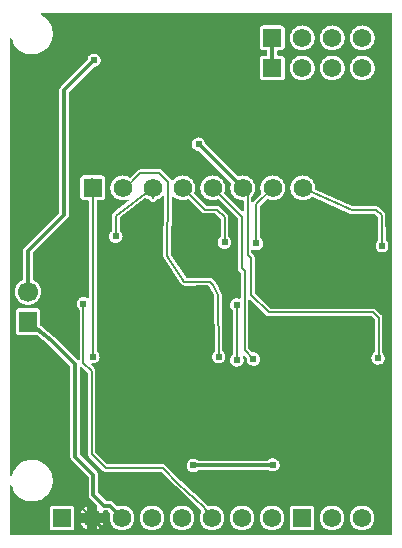
<source format=gbl>
G04 Layer: BottomLayer*
G04 Panelize: , Column: 5, Row: 1, Board Size: 33mm x 44.75mm, Panelized Board Size: 173mm x 44.75mm*
G04 EasyEDA v6.5.51, 2025-08-29 13:19:12*
G04 ee4e1d7ef05e477ab0e75e15892c94f3,14c8f2514d444a3a831de9b613ea4171,10*
G04 Gerber Generator version 0.2*
G04 Scale: 100 percent, Rotated: No, Reflected: No *
G04 Dimensions in millimeters *
G04 leading zeros omitted , absolute positions ,4 integer and 5 decimal *
%FSLAX45Y45*%
%MOMM*%

%AMMACRO1*21,1,$1,$2,0,0,$3*%
%ADD10C,0.3000*%
%ADD11C,0.1270*%
%ADD12C,0.2000*%
%ADD13MACRO1,1.5748X1.5748X0.0000*%
%ADD14C,1.5748*%
%ADD15MACRO1,1.7X1.5748X90.0000*%
%ADD16C,0.0193*%
%ADD17C,1.7000*%
%ADD18C,0.6200*%

%LPD*%
G36*
X40182Y-3624072D02*
G01*
X36271Y-3623310D01*
X32969Y-3621074D01*
X30784Y-3617823D01*
X30022Y-3613912D01*
X30022Y-3212693D01*
X30835Y-3208680D01*
X33172Y-3205327D01*
X36626Y-3203194D01*
X40640Y-3202533D01*
X44602Y-3203549D01*
X47853Y-3206038D01*
X49834Y-3209594D01*
X55422Y-3227019D01*
X62636Y-3243630D01*
X71577Y-3259378D01*
X82042Y-3274161D01*
X94030Y-3287776D01*
X107289Y-3300069D01*
X121818Y-3310940D01*
X137312Y-3320237D01*
X153720Y-3327908D01*
X170840Y-3333902D01*
X188468Y-3338017D01*
X206400Y-3340354D01*
X224536Y-3340811D01*
X242570Y-3339439D01*
X260400Y-3336188D01*
X277774Y-3331108D01*
X294538Y-3324301D01*
X310540Y-3315766D01*
X325577Y-3305657D01*
X339445Y-3294075D01*
X352094Y-3281121D01*
X363372Y-3266897D01*
X373075Y-3251606D01*
X381152Y-3235452D01*
X387553Y-3218484D01*
X392176Y-3200958D01*
X394970Y-3183077D01*
X395884Y-3164992D01*
X394970Y-3146907D01*
X392176Y-3129026D01*
X387553Y-3111500D01*
X381152Y-3094532D01*
X373075Y-3078378D01*
X363372Y-3063087D01*
X352094Y-3048863D01*
X339445Y-3035909D01*
X325577Y-3024327D01*
X310540Y-3014218D01*
X294538Y-3005683D01*
X277774Y-2998876D01*
X260400Y-2993796D01*
X242570Y-2990545D01*
X224536Y-2989173D01*
X206400Y-2989630D01*
X188468Y-2991967D01*
X170840Y-2996082D01*
X153720Y-3002076D01*
X137312Y-3009747D01*
X121818Y-3019044D01*
X107289Y-3029915D01*
X94030Y-3042208D01*
X82042Y-3055823D01*
X71577Y-3070606D01*
X62636Y-3086354D01*
X55422Y-3102965D01*
X49834Y-3120390D01*
X47853Y-3123946D01*
X44602Y-3126435D01*
X40640Y-3127451D01*
X36626Y-3126790D01*
X33172Y-3124657D01*
X30835Y-3121304D01*
X30022Y-3117291D01*
X30022Y572262D01*
X30835Y576275D01*
X33172Y579628D01*
X36626Y581812D01*
X40640Y582422D01*
X44602Y581406D01*
X47853Y578916D01*
X49834Y575360D01*
X55422Y557936D01*
X62636Y541324D01*
X71577Y525576D01*
X82042Y510844D01*
X94030Y497230D01*
X107289Y484936D01*
X121818Y474065D01*
X137312Y464718D01*
X153720Y457047D01*
X170840Y451104D01*
X188468Y446938D01*
X206400Y444601D01*
X224536Y444144D01*
X242570Y445566D01*
X260400Y448818D01*
X277774Y453847D01*
X294538Y460705D01*
X310540Y469188D01*
X325577Y479298D01*
X339445Y490880D01*
X352094Y503885D01*
X363372Y518058D01*
X373075Y533349D01*
X381152Y549554D01*
X387553Y566521D01*
X392176Y583996D01*
X394970Y601878D01*
X395884Y619963D01*
X394970Y638098D01*
X392176Y655980D01*
X387553Y673455D01*
X381152Y690422D01*
X373075Y706628D01*
X363372Y721918D01*
X352094Y736092D01*
X339445Y749096D01*
X325577Y760679D01*
X310540Y770788D01*
X299466Y776681D01*
X296062Y779576D01*
X294284Y783640D01*
X294386Y788111D01*
X296367Y792073D01*
X299872Y794816D01*
X304190Y795832D01*
X1360068Y799084D01*
X3259836Y799084D01*
X3263696Y798322D01*
X3266998Y796086D01*
X3269234Y792835D01*
X3269996Y788924D01*
X3269996Y-3610762D01*
X3269234Y-3614674D01*
X3266998Y-3617976D01*
X3263900Y-3621074D01*
X3260598Y-3623310D01*
X3256686Y-3624072D01*
G37*

%LPC*%
G36*
X395833Y-3584651D02*
G01*
X552145Y-3584651D01*
X558495Y-3583940D01*
X563930Y-3582009D01*
X568858Y-3578961D01*
X572922Y-3574846D01*
X576021Y-3569970D01*
X577900Y-3564483D01*
X578662Y-3558184D01*
X578662Y-3401822D01*
X577900Y-3395522D01*
X576021Y-3390036D01*
X572922Y-3385159D01*
X568858Y-3381044D01*
X563930Y-3377946D01*
X558495Y-3376066D01*
X552145Y-3375355D01*
X395833Y-3375355D01*
X389483Y-3376066D01*
X384048Y-3377946D01*
X379120Y-3381044D01*
X375056Y-3385159D01*
X371957Y-3390036D01*
X370078Y-3395522D01*
X369366Y-3401822D01*
X369366Y-3558184D01*
X370078Y-3564483D01*
X371957Y-3569970D01*
X375056Y-3574846D01*
X379120Y-3578961D01*
X384048Y-3582009D01*
X389483Y-3583940D01*
G37*
G36*
X1236014Y-3584600D02*
G01*
X1249629Y-3583736D01*
X1263091Y-3581044D01*
X1276045Y-3576675D01*
X1288288Y-3570579D01*
X1299667Y-3563010D01*
X1309979Y-3553968D01*
X1318971Y-3543706D01*
X1326591Y-3532327D01*
X1332636Y-3520033D01*
X1337056Y-3507079D01*
X1339697Y-3493668D01*
X1340612Y-3480003D01*
X1339697Y-3466337D01*
X1337056Y-3452926D01*
X1332636Y-3439972D01*
X1326591Y-3427679D01*
X1318971Y-3416300D01*
X1309979Y-3406038D01*
X1299667Y-3396996D01*
X1288288Y-3389376D01*
X1276045Y-3383330D01*
X1263091Y-3378911D01*
X1249629Y-3376269D01*
X1236014Y-3375355D01*
X1222349Y-3376269D01*
X1208887Y-3378911D01*
X1195933Y-3383330D01*
X1183690Y-3389376D01*
X1172311Y-3396996D01*
X1161999Y-3406038D01*
X1153007Y-3416300D01*
X1145387Y-3427679D01*
X1139342Y-3439972D01*
X1134922Y-3452926D01*
X1132281Y-3466337D01*
X1131366Y-3480003D01*
X1132281Y-3493668D01*
X1134922Y-3507079D01*
X1139342Y-3520033D01*
X1145387Y-3532327D01*
X1153007Y-3543706D01*
X1161999Y-3553968D01*
X1172311Y-3563010D01*
X1183690Y-3570579D01*
X1195933Y-3576675D01*
X1208887Y-3581044D01*
X1222349Y-3583736D01*
G37*
G36*
X1490014Y-3584600D02*
G01*
X1503629Y-3583736D01*
X1517091Y-3581044D01*
X1530045Y-3576675D01*
X1542288Y-3570579D01*
X1553667Y-3563010D01*
X1563979Y-3553968D01*
X1572971Y-3543706D01*
X1580591Y-3532327D01*
X1586636Y-3520033D01*
X1591056Y-3507079D01*
X1593697Y-3493668D01*
X1594612Y-3480003D01*
X1593697Y-3466337D01*
X1591056Y-3452926D01*
X1586636Y-3439972D01*
X1580591Y-3427679D01*
X1572971Y-3416300D01*
X1563979Y-3406038D01*
X1553667Y-3396996D01*
X1542288Y-3389376D01*
X1530045Y-3383330D01*
X1517091Y-3378911D01*
X1503629Y-3376269D01*
X1490014Y-3375355D01*
X1476349Y-3376269D01*
X1462887Y-3378911D01*
X1449933Y-3383330D01*
X1437690Y-3389376D01*
X1426311Y-3396996D01*
X1415999Y-3406038D01*
X1407007Y-3416300D01*
X1399387Y-3427679D01*
X1393342Y-3439972D01*
X1388922Y-3452926D01*
X1386281Y-3466337D01*
X1385366Y-3480003D01*
X1386281Y-3493668D01*
X1388922Y-3507079D01*
X1393342Y-3520033D01*
X1399387Y-3532327D01*
X1407007Y-3543706D01*
X1415999Y-3553968D01*
X1426311Y-3563010D01*
X1437690Y-3570579D01*
X1449933Y-3576675D01*
X1462887Y-3581044D01*
X1476349Y-3583736D01*
G37*
G36*
X1998014Y-3584600D02*
G01*
X2011629Y-3583736D01*
X2025091Y-3581044D01*
X2038045Y-3576675D01*
X2050288Y-3570579D01*
X2061667Y-3563010D01*
X2071979Y-3553968D01*
X2080971Y-3543706D01*
X2088591Y-3532327D01*
X2094636Y-3520033D01*
X2099056Y-3507079D01*
X2101697Y-3493668D01*
X2102612Y-3480003D01*
X2101697Y-3466337D01*
X2099056Y-3452926D01*
X2094636Y-3439972D01*
X2088591Y-3427679D01*
X2080971Y-3416300D01*
X2071979Y-3406038D01*
X2061667Y-3396996D01*
X2050288Y-3389376D01*
X2038045Y-3383330D01*
X2025091Y-3378911D01*
X2011629Y-3376269D01*
X1998014Y-3375355D01*
X1984349Y-3376269D01*
X1970887Y-3378911D01*
X1957933Y-3383330D01*
X1945690Y-3389376D01*
X1934311Y-3396996D01*
X1923999Y-3406038D01*
X1915007Y-3416300D01*
X1907387Y-3427679D01*
X1901342Y-3439972D01*
X1896922Y-3452926D01*
X1894281Y-3466337D01*
X1893366Y-3480003D01*
X1894281Y-3493668D01*
X1896922Y-3507079D01*
X1901342Y-3520033D01*
X1907387Y-3532327D01*
X1915007Y-3543706D01*
X1923999Y-3553968D01*
X1934311Y-3563010D01*
X1945690Y-3570579D01*
X1957933Y-3576675D01*
X1970887Y-3581044D01*
X1984349Y-3583736D01*
G37*
G36*
X2252014Y-3584600D02*
G01*
X2265629Y-3583736D01*
X2279091Y-3581044D01*
X2292045Y-3576675D01*
X2304288Y-3570579D01*
X2315667Y-3563010D01*
X2325979Y-3553968D01*
X2334971Y-3543706D01*
X2342591Y-3532327D01*
X2348636Y-3520033D01*
X2353056Y-3507079D01*
X2355697Y-3493668D01*
X2356612Y-3480003D01*
X2355697Y-3466337D01*
X2353056Y-3452926D01*
X2348636Y-3439972D01*
X2342591Y-3427679D01*
X2334971Y-3416300D01*
X2325979Y-3406038D01*
X2315667Y-3396996D01*
X2304288Y-3389376D01*
X2292045Y-3383330D01*
X2279091Y-3378911D01*
X2265629Y-3376269D01*
X2252014Y-3375355D01*
X2238349Y-3376269D01*
X2224887Y-3378911D01*
X2211933Y-3383330D01*
X2199690Y-3389376D01*
X2188311Y-3396996D01*
X2177999Y-3406038D01*
X2169007Y-3416300D01*
X2161387Y-3427679D01*
X2155342Y-3439972D01*
X2150922Y-3452926D01*
X2148281Y-3466337D01*
X2147366Y-3480003D01*
X2148281Y-3493668D01*
X2150922Y-3507079D01*
X2155342Y-3520033D01*
X2161387Y-3532327D01*
X2169007Y-3543706D01*
X2177999Y-3553968D01*
X2188311Y-3563010D01*
X2199690Y-3570579D01*
X2211933Y-3576675D01*
X2224887Y-3581044D01*
X2238349Y-3583736D01*
G37*
G36*
X982014Y-3584600D02*
G01*
X995629Y-3583736D01*
X1009091Y-3581044D01*
X1022045Y-3576675D01*
X1034287Y-3570579D01*
X1045667Y-3563010D01*
X1055979Y-3553968D01*
X1064971Y-3543706D01*
X1072591Y-3532327D01*
X1078636Y-3520033D01*
X1083056Y-3507079D01*
X1085697Y-3493668D01*
X1086612Y-3480003D01*
X1085697Y-3466337D01*
X1083056Y-3452926D01*
X1078636Y-3439972D01*
X1072591Y-3427679D01*
X1064971Y-3416300D01*
X1055979Y-3406038D01*
X1045667Y-3396996D01*
X1034287Y-3389376D01*
X1022045Y-3383330D01*
X1009091Y-3378911D01*
X995629Y-3376269D01*
X982014Y-3375355D01*
X968349Y-3376269D01*
X954887Y-3378911D01*
X948944Y-3380943D01*
X945184Y-3381501D01*
X941578Y-3380638D01*
X938479Y-3378504D01*
X906373Y-3346348D01*
X899820Y-3340963D01*
X892759Y-3337153D01*
X885088Y-3334816D01*
X876604Y-3334004D01*
X851204Y-3334004D01*
X847293Y-3333242D01*
X843991Y-3331006D01*
X783793Y-3270961D01*
X781608Y-3267659D01*
X780796Y-3263798D01*
X780796Y-3115564D01*
X779983Y-3107080D01*
X777646Y-3099409D01*
X773887Y-3092348D01*
X768451Y-3085795D01*
X628853Y-2946146D01*
X626668Y-2942844D01*
X625856Y-2938983D01*
X625856Y-2206091D01*
X626668Y-2202180D01*
X628853Y-2198878D01*
X632155Y-2196693D01*
X636066Y-2195931D01*
X639927Y-2196693D01*
X643229Y-2198928D01*
X689711Y-2245563D01*
X691896Y-2248865D01*
X692658Y-2252726D01*
X692658Y-2939542D01*
X693420Y-2946755D01*
X695502Y-2953156D01*
X698906Y-2959100D01*
X702411Y-2963164D01*
X820623Y-3081375D01*
X826262Y-3085947D01*
X832256Y-3088995D01*
X838860Y-3090773D01*
X844194Y-3091180D01*
X1311859Y-3091180D01*
X1315770Y-3091942D01*
X1319072Y-3094177D01*
X1438046Y-3213150D01*
X1648917Y-3409797D01*
X1650593Y-3411829D01*
X1653590Y-3416604D01*
X1654962Y-3420211D01*
X1654911Y-3424072D01*
X1653387Y-3427679D01*
X1647342Y-3439972D01*
X1642922Y-3452926D01*
X1640281Y-3466337D01*
X1639366Y-3480003D01*
X1640281Y-3493668D01*
X1642922Y-3507079D01*
X1647342Y-3520033D01*
X1653387Y-3532327D01*
X1661007Y-3543706D01*
X1669999Y-3553968D01*
X1680311Y-3563010D01*
X1691690Y-3570579D01*
X1703933Y-3576675D01*
X1716887Y-3581044D01*
X1730349Y-3583736D01*
X1744014Y-3584600D01*
X1757629Y-3583736D01*
X1771091Y-3581044D01*
X1784045Y-3576675D01*
X1796288Y-3570579D01*
X1807667Y-3563010D01*
X1817979Y-3553968D01*
X1826971Y-3543706D01*
X1834591Y-3532327D01*
X1840636Y-3520033D01*
X1845056Y-3507079D01*
X1847697Y-3493668D01*
X1848612Y-3480003D01*
X1847697Y-3466337D01*
X1845056Y-3452926D01*
X1840636Y-3439972D01*
X1834591Y-3427679D01*
X1826971Y-3416300D01*
X1817979Y-3406038D01*
X1807667Y-3396996D01*
X1796288Y-3389376D01*
X1784045Y-3383330D01*
X1771091Y-3378911D01*
X1757629Y-3376269D01*
X1744014Y-3375355D01*
X1730349Y-3376269D01*
X1716887Y-3378911D01*
X1715617Y-3379368D01*
X1711198Y-3379825D01*
X1706981Y-3378352D01*
X1703832Y-3375253D01*
X1701596Y-3371799D01*
X1696618Y-3366058D01*
X1482547Y-3166414D01*
X1352600Y-3036468D01*
X1346962Y-3031896D01*
X1340967Y-3028848D01*
X1334363Y-3027070D01*
X1329029Y-3026664D01*
X861364Y-3026664D01*
X857453Y-3025902D01*
X854151Y-3023666D01*
X760171Y-2929686D01*
X757936Y-2926384D01*
X757174Y-2922473D01*
X757174Y-2235708D01*
X756412Y-2228494D01*
X754329Y-2222093D01*
X750874Y-2216150D01*
X747471Y-2212136D01*
X724357Y-2188921D01*
X722122Y-2185568D01*
X721360Y-2181606D01*
X722223Y-2177643D01*
X724560Y-2174341D01*
X727964Y-2172208D01*
X731977Y-2171598D01*
X737412Y-2171852D01*
X746963Y-2170582D01*
X756208Y-2167788D01*
X764794Y-2163419D01*
X772566Y-2157679D01*
X779272Y-2150719D01*
X784656Y-2142744D01*
X788619Y-2133955D01*
X791057Y-2124608D01*
X791870Y-2115007D01*
X791057Y-2105406D01*
X788619Y-2096058D01*
X784656Y-2087270D01*
X779272Y-2079294D01*
X772566Y-2072335D01*
X769112Y-2069134D01*
X767689Y-2066340D01*
X767232Y-2063242D01*
X766368Y-799896D01*
X767181Y-796036D01*
X769366Y-792734D01*
X772668Y-790498D01*
X776528Y-789736D01*
X812241Y-789736D01*
X818540Y-789025D01*
X824026Y-787146D01*
X828903Y-784047D01*
X833018Y-779932D01*
X836066Y-775055D01*
X837996Y-769569D01*
X838708Y-763270D01*
X838708Y-606907D01*
X837996Y-600608D01*
X836066Y-595122D01*
X833018Y-590245D01*
X828903Y-586130D01*
X824026Y-583082D01*
X818540Y-581152D01*
X812241Y-580440D01*
X758037Y-580440D01*
X755142Y-580034D01*
X752500Y-578815D01*
X748639Y-576275D01*
X742340Y-573887D01*
X735685Y-572820D01*
X728980Y-573176D01*
X722477Y-574954D01*
X713232Y-579882D01*
X709828Y-580440D01*
X655878Y-580440D01*
X649579Y-581152D01*
X644093Y-583082D01*
X639216Y-586130D01*
X635101Y-590245D01*
X632053Y-595122D01*
X630123Y-600608D01*
X629412Y-606907D01*
X629412Y-763270D01*
X630123Y-769569D01*
X632053Y-775055D01*
X635101Y-779932D01*
X639216Y-784047D01*
X644093Y-787146D01*
X649579Y-789025D01*
X655878Y-789736D01*
X691692Y-789736D01*
X695604Y-790498D01*
X698906Y-792734D01*
X701090Y-796036D01*
X701852Y-799896D01*
X702411Y-1609445D01*
X701446Y-1613763D01*
X698703Y-1617268D01*
X694740Y-1619300D01*
X690270Y-1619402D01*
X686206Y-1617624D01*
X684784Y-1616557D01*
X676198Y-1612239D01*
X666953Y-1609394D01*
X657402Y-1608175D01*
X647750Y-1608582D01*
X638352Y-1610614D01*
X629361Y-1614220D01*
X621182Y-1619250D01*
X613918Y-1625650D01*
X607872Y-1633169D01*
X603148Y-1641551D01*
X599948Y-1650644D01*
X598322Y-1660194D01*
X598322Y-1669796D01*
X599948Y-1679346D01*
X603148Y-1688439D01*
X607872Y-1696821D01*
X613918Y-1704339D01*
X619353Y-1709115D01*
X621893Y-1712569D01*
X622808Y-1716735D01*
X622808Y-2135530D01*
X622046Y-2139442D01*
X619810Y-2142744D01*
X616508Y-2144928D01*
X612648Y-2145690D01*
X608736Y-2144928D01*
X605434Y-2142693D01*
X411124Y-1948180D01*
X407568Y-1944928D01*
X293319Y-1852320D01*
X290525Y-1848815D01*
X289560Y-1844446D01*
X289560Y-1732686D01*
X288848Y-1726387D01*
X286918Y-1720900D01*
X283870Y-1716024D01*
X279755Y-1711909D01*
X274878Y-1708810D01*
X269392Y-1706930D01*
X263093Y-1706219D01*
X106730Y-1706219D01*
X100431Y-1706930D01*
X94945Y-1708810D01*
X90068Y-1711909D01*
X85953Y-1716024D01*
X82905Y-1720900D01*
X80975Y-1726387D01*
X80264Y-1732686D01*
X80264Y-1901545D01*
X80975Y-1907844D01*
X82905Y-1913331D01*
X85953Y-1918207D01*
X90068Y-1922322D01*
X94945Y-1925421D01*
X100431Y-1927301D01*
X106730Y-1928012D01*
X253187Y-1928012D01*
X256590Y-1928622D01*
X259588Y-1930298D01*
X354990Y-2007666D01*
X541070Y-2194052D01*
X543306Y-2197354D01*
X544068Y-2201214D01*
X544068Y-2959608D01*
X544880Y-2968091D01*
X547217Y-2975762D01*
X550976Y-2982823D01*
X556412Y-2989376D01*
X696010Y-3129026D01*
X698246Y-3132328D01*
X699008Y-3136188D01*
X699008Y-3284474D01*
X699820Y-3292957D01*
X702157Y-3300628D01*
X705916Y-3307689D01*
X711301Y-3314242D01*
X770737Y-3373475D01*
X772922Y-3376777D01*
X773734Y-3380689D01*
X773734Y-3434283D01*
X821842Y-3434283D01*
X819912Y-3430371D01*
X818896Y-3426206D01*
X819658Y-3421989D01*
X822096Y-3418433D01*
X825753Y-3416249D01*
X830580Y-3415792D01*
X855878Y-3415792D01*
X859790Y-3416604D01*
X863041Y-3418789D01*
X880567Y-3436365D01*
X882700Y-3439414D01*
X883513Y-3443071D01*
X883005Y-3446779D01*
X880922Y-3452926D01*
X878281Y-3466337D01*
X877366Y-3480003D01*
X878281Y-3493668D01*
X880922Y-3507079D01*
X885342Y-3520033D01*
X891387Y-3532327D01*
X899007Y-3543706D01*
X907999Y-3553968D01*
X918311Y-3563010D01*
X929690Y-3570579D01*
X941933Y-3576675D01*
X954887Y-3581044D01*
X968349Y-3583736D01*
G37*
G36*
X2427782Y-3584448D02*
G01*
X2584145Y-3584448D01*
X2590444Y-3583736D01*
X2595930Y-3581806D01*
X2600807Y-3578707D01*
X2604922Y-3574643D01*
X2607970Y-3569715D01*
X2609900Y-3564280D01*
X2610612Y-3557930D01*
X2610612Y-3401618D01*
X2609900Y-3395268D01*
X2607970Y-3389833D01*
X2604922Y-3384956D01*
X2600807Y-3380841D01*
X2595930Y-3377742D01*
X2590444Y-3375863D01*
X2584145Y-3375151D01*
X2427782Y-3375151D01*
X2421483Y-3375863D01*
X2415997Y-3377742D01*
X2411120Y-3380841D01*
X2407005Y-3384956D01*
X2403957Y-3389833D01*
X2402027Y-3395268D01*
X2401316Y-3401618D01*
X2401316Y-3557930D01*
X2402027Y-3564280D01*
X2403957Y-3569715D01*
X2407005Y-3574643D01*
X2411120Y-3578707D01*
X2415997Y-3581806D01*
X2421483Y-3583736D01*
G37*
G36*
X3013964Y-3584397D02*
G01*
X3027629Y-3583533D01*
X3041040Y-3580841D01*
X3053994Y-3576421D01*
X3066288Y-3570376D01*
X3077667Y-3562807D01*
X3087928Y-3553764D01*
X3096971Y-3543452D01*
X3104591Y-3532073D01*
X3110636Y-3519830D01*
X3115005Y-3506876D01*
X3117697Y-3493465D01*
X3118612Y-3479800D01*
X3117697Y-3466134D01*
X3115005Y-3452723D01*
X3110636Y-3439769D01*
X3104591Y-3427476D01*
X3096971Y-3416096D01*
X3087928Y-3405784D01*
X3077667Y-3396792D01*
X3066288Y-3389172D01*
X3053994Y-3383127D01*
X3041040Y-3378708D01*
X3027629Y-3376066D01*
X3013964Y-3375151D01*
X3000298Y-3376066D01*
X2986887Y-3378708D01*
X2973933Y-3383127D01*
X2961640Y-3389172D01*
X2950260Y-3396792D01*
X2939999Y-3405784D01*
X2930956Y-3416096D01*
X2923336Y-3427476D01*
X2917291Y-3439769D01*
X2912922Y-3452723D01*
X2910230Y-3466134D01*
X2909316Y-3479800D01*
X2910230Y-3493465D01*
X2912922Y-3506876D01*
X2917291Y-3519830D01*
X2923336Y-3532073D01*
X2930956Y-3543452D01*
X2939999Y-3553764D01*
X2950260Y-3562807D01*
X2961640Y-3570376D01*
X2973933Y-3576421D01*
X2986887Y-3580841D01*
X3000298Y-3583533D01*
G37*
G36*
X2759964Y-3584397D02*
G01*
X2773629Y-3583533D01*
X2787040Y-3580841D01*
X2799994Y-3576421D01*
X2812288Y-3570376D01*
X2823667Y-3562807D01*
X2833928Y-3553764D01*
X2842971Y-3543452D01*
X2850591Y-3532073D01*
X2856636Y-3519830D01*
X2861005Y-3506876D01*
X2863697Y-3493465D01*
X2864612Y-3479800D01*
X2863697Y-3466134D01*
X2861005Y-3452723D01*
X2856636Y-3439769D01*
X2850591Y-3427476D01*
X2842971Y-3416096D01*
X2833928Y-3405784D01*
X2823667Y-3396792D01*
X2812288Y-3389172D01*
X2799994Y-3383127D01*
X2787040Y-3378708D01*
X2773629Y-3376066D01*
X2759964Y-3375151D01*
X2746298Y-3376066D01*
X2732887Y-3378708D01*
X2719933Y-3383127D01*
X2707640Y-3389172D01*
X2696260Y-3396792D01*
X2685999Y-3405784D01*
X2676956Y-3416096D01*
X2669336Y-3427476D01*
X2663291Y-3439769D01*
X2658922Y-3452723D01*
X2656230Y-3466134D01*
X2655316Y-3479800D01*
X2656230Y-3493465D01*
X2658922Y-3506876D01*
X2663291Y-3519830D01*
X2669336Y-3532073D01*
X2676956Y-3543452D01*
X2685999Y-3553764D01*
X2696260Y-3562807D01*
X2707640Y-3570376D01*
X2719933Y-3576421D01*
X2732887Y-3580841D01*
X2746298Y-3583533D01*
G37*
G36*
X682294Y-3573830D02*
G01*
X682294Y-3525723D01*
X634136Y-3525723D01*
X637387Y-3532327D01*
X645007Y-3543706D01*
X653999Y-3553968D01*
X664311Y-3563010D01*
X675690Y-3570579D01*
G37*
G36*
X773734Y-3573830D02*
G01*
X780288Y-3570579D01*
X791667Y-3563010D01*
X801979Y-3553968D01*
X810971Y-3543706D01*
X818591Y-3532327D01*
X821842Y-3525723D01*
X773734Y-3525723D01*
G37*
G36*
X634136Y-3434283D02*
G01*
X682294Y-3434283D01*
X682294Y-3386124D01*
X675690Y-3389376D01*
X664311Y-3396996D01*
X653999Y-3406038D01*
X645007Y-3416300D01*
X637387Y-3427679D01*
G37*
G36*
X1587398Y-3091840D02*
G01*
X1596948Y-3090570D01*
X1606194Y-3087776D01*
X1614779Y-3083407D01*
X1622298Y-3077870D01*
X1625142Y-3076397D01*
X1628343Y-3075889D01*
X2223617Y-3075889D01*
X2226360Y-3076295D01*
X2228900Y-3077413D01*
X2234387Y-3080766D01*
X2243328Y-3084372D01*
X2252776Y-3086404D01*
X2262428Y-3086811D01*
X2271979Y-3085592D01*
X2281174Y-3082747D01*
X2289810Y-3078429D01*
X2297582Y-3072688D01*
X2304237Y-3065729D01*
X2309622Y-3057702D01*
X2313635Y-3048914D01*
X2316022Y-3039618D01*
X2316886Y-3030016D01*
X2316022Y-3020364D01*
X2313635Y-3011068D01*
X2309622Y-3002280D01*
X2304237Y-2994253D01*
X2297582Y-2987294D01*
X2289810Y-2981553D01*
X2281174Y-2977235D01*
X2271979Y-2974390D01*
X2262428Y-2973171D01*
X2252776Y-2973578D01*
X2243328Y-2975610D01*
X2234387Y-2979216D01*
X2226208Y-2984246D01*
X2218029Y-2991510D01*
X2214930Y-2993440D01*
X2211273Y-2994101D01*
X1628343Y-2994101D01*
X1625142Y-2993593D01*
X1622298Y-2992120D01*
X1614779Y-2986582D01*
X1606194Y-2982214D01*
X1596948Y-2979420D01*
X1587398Y-2978150D01*
X1577746Y-2978607D01*
X1568348Y-2980639D01*
X1559356Y-2984195D01*
X1551178Y-2989275D01*
X1543913Y-2995625D01*
X1537868Y-3003143D01*
X1533144Y-3011576D01*
X1529943Y-3020669D01*
X1528318Y-3030169D01*
X1528318Y-3039821D01*
X1529943Y-3049320D01*
X1533144Y-3058414D01*
X1537868Y-3066846D01*
X1543913Y-3074365D01*
X1551178Y-3080715D01*
X1559356Y-3085795D01*
X1568348Y-3089351D01*
X1577746Y-3091383D01*
G37*
G36*
X1957273Y-2198522D02*
G01*
X1966823Y-2197303D01*
X1976069Y-2194458D01*
X1984654Y-2190140D01*
X1992426Y-2184400D01*
X1999132Y-2177440D01*
X2004517Y-2169414D01*
X2008479Y-2160625D01*
X2010918Y-2151329D01*
X2011730Y-2141728D01*
X2010918Y-2132076D01*
X2008479Y-2122779D01*
X2007666Y-2121001D01*
X2006803Y-2117090D01*
X2007463Y-2113127D01*
X2009648Y-2109774D01*
X2012950Y-2107488D01*
X2016861Y-2106676D01*
X2020773Y-2107387D01*
X2024125Y-2109622D01*
X2035556Y-2121052D01*
X2037435Y-2123643D01*
X2038400Y-2126691D01*
X2038350Y-2139797D01*
X2039975Y-2149348D01*
X2043175Y-2158441D01*
X2047849Y-2166823D01*
X2053945Y-2174341D01*
X2061159Y-2180742D01*
X2069388Y-2185771D01*
X2078329Y-2189378D01*
X2087778Y-2191410D01*
X2097430Y-2191816D01*
X2106980Y-2190597D01*
X2116175Y-2187752D01*
X2124811Y-2183434D01*
X2132584Y-2177694D01*
X2139238Y-2170734D01*
X2144623Y-2162708D01*
X2148636Y-2153920D01*
X2151024Y-2144623D01*
X2151888Y-2135022D01*
X2151024Y-2125370D01*
X2148636Y-2116074D01*
X2144623Y-2107285D01*
X2139238Y-2099259D01*
X2132584Y-2092299D01*
X2124811Y-2086559D01*
X2116175Y-2082241D01*
X2106980Y-2079396D01*
X2097430Y-2078177D01*
X2088946Y-2078532D01*
X2084832Y-2077872D01*
X2081326Y-2075586D01*
X2055317Y-2049576D01*
X2053082Y-2046274D01*
X2052320Y-2042363D01*
X2052320Y-1637080D01*
X2053082Y-1633220D01*
X2055317Y-1629918D01*
X2058619Y-1627733D01*
X2062480Y-1626920D01*
X2066391Y-1627733D01*
X2069693Y-1629918D01*
X2201824Y-1762302D01*
X2207463Y-1766874D01*
X2213457Y-1769973D01*
X2220112Y-1771751D01*
X2225446Y-1772157D01*
X3092653Y-1772157D01*
X3096564Y-1772920D01*
X3099866Y-1775155D01*
X3119932Y-1795221D01*
X3122168Y-1798523D01*
X3122930Y-1802434D01*
X3122930Y-2069439D01*
X3122371Y-2072792D01*
X3120694Y-2075789D01*
X3118104Y-2078075D01*
X3116173Y-2079243D01*
X3108909Y-2085644D01*
X3102864Y-2093163D01*
X3098139Y-2101545D01*
X3094939Y-2110638D01*
X3093313Y-2120188D01*
X3093313Y-2129790D01*
X3094939Y-2139340D01*
X3098139Y-2148433D01*
X3102864Y-2156815D01*
X3108909Y-2164334D01*
X3116173Y-2170734D01*
X3124352Y-2175764D01*
X3133344Y-2179370D01*
X3142742Y-2181402D01*
X3152394Y-2181809D01*
X3161944Y-2180590D01*
X3171190Y-2177745D01*
X3179775Y-2173427D01*
X3187547Y-2167686D01*
X3194253Y-2160727D01*
X3199638Y-2152700D01*
X3203600Y-2143912D01*
X3206038Y-2134616D01*
X3206851Y-2125014D01*
X3206038Y-2115362D01*
X3203600Y-2106066D01*
X3199638Y-2097278D01*
X3194253Y-2089251D01*
X3190290Y-2085136D01*
X3188157Y-2081885D01*
X3187446Y-2078126D01*
X3187446Y-1785366D01*
X3186684Y-1778152D01*
X3184601Y-1771751D01*
X3181197Y-1765807D01*
X3177692Y-1761743D01*
X3133394Y-1717446D01*
X3127756Y-1712874D01*
X3121761Y-1709826D01*
X3115157Y-1708048D01*
X3109823Y-1707642D01*
X2242616Y-1707642D01*
X2238756Y-1706880D01*
X2235454Y-1704644D01*
X2110384Y-1579422D01*
X2108200Y-1576120D01*
X2107438Y-1572260D01*
X2107438Y-1280312D01*
X2106980Y-1274876D01*
X2105202Y-1268222D01*
X2102104Y-1262278D01*
X2097532Y-1256639D01*
X2080209Y-1239469D01*
X2077974Y-1236167D01*
X2077212Y-1232255D01*
X2077212Y-1213408D01*
X2078126Y-1209192D01*
X2080666Y-1205738D01*
X2084374Y-1203655D01*
X2088642Y-1203299D01*
X2092706Y-1204722D01*
X2094382Y-1205788D01*
X2103323Y-1209344D01*
X2112772Y-1211376D01*
X2122424Y-1211834D01*
X2131974Y-1210564D01*
X2141169Y-1207770D01*
X2149805Y-1203401D01*
X2157577Y-1197660D01*
X2164232Y-1190701D01*
X2169617Y-1182725D01*
X2173630Y-1173937D01*
X2176018Y-1164590D01*
X2176881Y-1154988D01*
X2176018Y-1145387D01*
X2173630Y-1136040D01*
X2169617Y-1127252D01*
X2164232Y-1119276D01*
X2157577Y-1112316D01*
X2154123Y-1109167D01*
X2152751Y-1106373D01*
X2152243Y-1103223D01*
X2152243Y-840740D01*
X2153005Y-836879D01*
X2155240Y-833577D01*
X2205482Y-783285D01*
X2208987Y-780999D01*
X2213152Y-780288D01*
X2218029Y-781761D01*
X2230983Y-786180D01*
X2244394Y-788822D01*
X2258060Y-789736D01*
X2271725Y-788822D01*
X2285136Y-786180D01*
X2298090Y-781761D01*
X2310384Y-775716D01*
X2321763Y-768096D01*
X2332024Y-759104D01*
X2341067Y-748792D01*
X2348687Y-737412D01*
X2354732Y-725119D01*
X2359101Y-712165D01*
X2361793Y-698754D01*
X2362708Y-685088D01*
X2361793Y-671423D01*
X2359101Y-658012D01*
X2354732Y-645058D01*
X2348687Y-632764D01*
X2341067Y-621385D01*
X2332024Y-611124D01*
X2321763Y-602081D01*
X2310384Y-594512D01*
X2298090Y-588416D01*
X2285136Y-584047D01*
X2271725Y-581355D01*
X2258060Y-580491D01*
X2244394Y-581355D01*
X2230983Y-584047D01*
X2218029Y-588416D01*
X2205736Y-594512D01*
X2194356Y-602081D01*
X2184095Y-611124D01*
X2175052Y-621385D01*
X2167432Y-632764D01*
X2161387Y-645058D01*
X2157018Y-658012D01*
X2154326Y-671423D01*
X2153412Y-685088D01*
X2154326Y-698754D01*
X2157018Y-712165D01*
X2161387Y-725119D01*
X2162860Y-730046D01*
X2162149Y-734161D01*
X2159863Y-737666D01*
X2097532Y-799998D01*
X2095246Y-802792D01*
X2092045Y-805434D01*
X2088083Y-806551D01*
X2083968Y-805992D01*
X2080463Y-803859D01*
X2078075Y-800455D01*
X2077212Y-796391D01*
X2077212Y-763828D01*
X2077872Y-760272D01*
X2079752Y-757174D01*
X2087067Y-748792D01*
X2094687Y-737412D01*
X2100732Y-725119D01*
X2105101Y-712165D01*
X2107793Y-698754D01*
X2108708Y-685088D01*
X2107793Y-671423D01*
X2105101Y-658012D01*
X2100732Y-645058D01*
X2094687Y-632764D01*
X2087067Y-621385D01*
X2078024Y-611124D01*
X2067763Y-602081D01*
X2056384Y-594512D01*
X2044090Y-588416D01*
X2031136Y-584047D01*
X2017725Y-581355D01*
X2004060Y-580491D01*
X1990394Y-581355D01*
X1976983Y-584047D01*
X1970938Y-586079D01*
X1967230Y-586587D01*
X1963623Y-585774D01*
X1960524Y-583641D01*
X1689049Y-312166D01*
X1687017Y-309270D01*
X1683613Y-296062D01*
X1679651Y-287274D01*
X1674266Y-279298D01*
X1667560Y-272338D01*
X1659788Y-266598D01*
X1651203Y-262229D01*
X1641957Y-259435D01*
X1632407Y-258165D01*
X1622755Y-258622D01*
X1613357Y-260654D01*
X1604365Y-264210D01*
X1596186Y-269290D01*
X1588922Y-275640D01*
X1582877Y-283159D01*
X1578152Y-291592D01*
X1574952Y-300685D01*
X1573326Y-310184D01*
X1573326Y-319836D01*
X1574952Y-329336D01*
X1578152Y-338429D01*
X1582877Y-346862D01*
X1588922Y-354380D01*
X1596186Y-360730D01*
X1604365Y-365810D01*
X1613357Y-369366D01*
X1622755Y-371398D01*
X1629054Y-371703D01*
X1632712Y-372516D01*
X1635810Y-374650D01*
X1902612Y-641451D01*
X1904746Y-644550D01*
X1905609Y-648208D01*
X1905050Y-651916D01*
X1903018Y-658012D01*
X1900326Y-671423D01*
X1899412Y-685088D01*
X1900326Y-698754D01*
X1903018Y-712165D01*
X1907387Y-725119D01*
X1913432Y-737412D01*
X1921052Y-748792D01*
X1930095Y-759104D01*
X1940356Y-768096D01*
X1951736Y-775716D01*
X1964029Y-781761D01*
X1976983Y-786180D01*
X1990394Y-788822D01*
X2003196Y-789686D01*
X2006904Y-790600D01*
X2009952Y-792886D01*
X2011984Y-796086D01*
X2012696Y-799795D01*
X2012696Y-877569D01*
X2011934Y-881430D01*
X2009698Y-884732D01*
X2006447Y-886917D01*
X2002536Y-887730D01*
X1998624Y-886917D01*
X1995373Y-884732D01*
X1848256Y-737616D01*
X1845970Y-734110D01*
X1845310Y-729996D01*
X1846732Y-725119D01*
X1851101Y-712165D01*
X1853793Y-698754D01*
X1854707Y-685088D01*
X1853793Y-671423D01*
X1851101Y-658012D01*
X1846732Y-645058D01*
X1840687Y-632764D01*
X1833067Y-621385D01*
X1824024Y-611124D01*
X1813763Y-602081D01*
X1802384Y-594512D01*
X1790090Y-588416D01*
X1777136Y-584047D01*
X1763725Y-581355D01*
X1750060Y-580491D01*
X1736394Y-581355D01*
X1722983Y-584047D01*
X1710029Y-588416D01*
X1697736Y-594512D01*
X1686356Y-602081D01*
X1676095Y-611124D01*
X1667052Y-621385D01*
X1659432Y-632764D01*
X1653387Y-645058D01*
X1649018Y-658012D01*
X1646326Y-671423D01*
X1645412Y-685088D01*
X1646326Y-698754D01*
X1649018Y-712165D01*
X1653387Y-725119D01*
X1659432Y-737412D01*
X1667052Y-748792D01*
X1676095Y-759104D01*
X1686356Y-768096D01*
X1697736Y-775716D01*
X1710029Y-781761D01*
X1722983Y-786180D01*
X1736394Y-788822D01*
X1750060Y-789736D01*
X1763725Y-788822D01*
X1777136Y-786180D01*
X1790090Y-781761D01*
X1795018Y-780288D01*
X1799132Y-780948D01*
X1802638Y-783234D01*
X1959762Y-940358D01*
X1961946Y-943660D01*
X1962759Y-947572D01*
X1962657Y-1364589D01*
X1963115Y-1370076D01*
X1964893Y-1376680D01*
X1967992Y-1382674D01*
X1972614Y-1388313D01*
X1984806Y-1400352D01*
X1987042Y-1403654D01*
X1987804Y-1407566D01*
X1987804Y-1613154D01*
X1987092Y-1616862D01*
X1985111Y-1620012D01*
X1982063Y-1622298D01*
X1978406Y-1623263D01*
X1974646Y-1622856D01*
X1966823Y-1620469D01*
X1957273Y-1619199D01*
X1947621Y-1619656D01*
X1938223Y-1621688D01*
X1929231Y-1625244D01*
X1921052Y-1630324D01*
X1913788Y-1636674D01*
X1907743Y-1644192D01*
X1903018Y-1652625D01*
X1899818Y-1661718D01*
X1898192Y-1671218D01*
X1898192Y-1680870D01*
X1899818Y-1690370D01*
X1903018Y-1699463D01*
X1907743Y-1707896D01*
X1913788Y-1715414D01*
X1919173Y-1720138D01*
X1921713Y-1723542D01*
X1922627Y-1727758D01*
X1922627Y-2090013D01*
X1921713Y-2094179D01*
X1919173Y-2097633D01*
X1913788Y-2102358D01*
X1907743Y-2109876D01*
X1903018Y-2118258D01*
X1899818Y-2127351D01*
X1898192Y-2136902D01*
X1898192Y-2146503D01*
X1899818Y-2156053D01*
X1903018Y-2165146D01*
X1907743Y-2173528D01*
X1913788Y-2181047D01*
X1921052Y-2187448D01*
X1929231Y-2192477D01*
X1938223Y-2196084D01*
X1947621Y-2198116D01*
G37*
G36*
X1802434Y-2171852D02*
G01*
X1811985Y-2170582D01*
X1821180Y-2167788D01*
X1829816Y-2163419D01*
X1837588Y-2157679D01*
X1844243Y-2150719D01*
X1849628Y-2142744D01*
X1853641Y-2133955D01*
X1856028Y-2124608D01*
X1856892Y-2115007D01*
X1856028Y-2105406D01*
X1853641Y-2096058D01*
X1849628Y-2087270D01*
X1844243Y-2079294D01*
X1837588Y-2072335D01*
X1833778Y-2068931D01*
X1832356Y-2066137D01*
X1831848Y-2063089D01*
X1827275Y-1590243D01*
X1826463Y-1583131D01*
X1823618Y-1575155D01*
X1784146Y-1495704D01*
X1780438Y-1489760D01*
X1777746Y-1486763D01*
X1748332Y-1457350D01*
X1742693Y-1452778D01*
X1736699Y-1449730D01*
X1730095Y-1447952D01*
X1724710Y-1447546D01*
X1532585Y-1447749D01*
X1529334Y-1447241D01*
X1526438Y-1445666D01*
X1524152Y-1443278D01*
X1399438Y-1257960D01*
X1398117Y-1255166D01*
X1397711Y-1252118D01*
X1405788Y-767080D01*
X1406601Y-763320D01*
X1408684Y-760120D01*
X1411833Y-757936D01*
X1415592Y-757072D01*
X1419352Y-757631D01*
X1422654Y-759612D01*
X1432356Y-768096D01*
X1443736Y-775716D01*
X1456029Y-781761D01*
X1468983Y-786180D01*
X1482394Y-788822D01*
X1496060Y-789736D01*
X1509725Y-788822D01*
X1523136Y-786180D01*
X1536090Y-781761D01*
X1541018Y-780288D01*
X1545132Y-780948D01*
X1548638Y-783234D01*
X1657807Y-892403D01*
X1663446Y-896975D01*
X1669440Y-900023D01*
X1676044Y-901801D01*
X1681378Y-902208D01*
X1767484Y-902208D01*
X1771396Y-902969D01*
X1774698Y-905205D01*
X1814677Y-945337D01*
X1816862Y-948639D01*
X1817624Y-952500D01*
X1817624Y-1093419D01*
X1816709Y-1097635D01*
X1814169Y-1101039D01*
X1808937Y-1105662D01*
X1802892Y-1113180D01*
X1798167Y-1121562D01*
X1794967Y-1130655D01*
X1793341Y-1140206D01*
X1793341Y-1149807D01*
X1794967Y-1159357D01*
X1798167Y-1168450D01*
X1802892Y-1176832D01*
X1808937Y-1184351D01*
X1816201Y-1190752D01*
X1824380Y-1195781D01*
X1833372Y-1199388D01*
X1842770Y-1201420D01*
X1852422Y-1201826D01*
X1861972Y-1200607D01*
X1871218Y-1197762D01*
X1879803Y-1193444D01*
X1887575Y-1187704D01*
X1894281Y-1180744D01*
X1899666Y-1172718D01*
X1903628Y-1163929D01*
X1906066Y-1154633D01*
X1906879Y-1145032D01*
X1906066Y-1135380D01*
X1903628Y-1126083D01*
X1899666Y-1117295D01*
X1894281Y-1109268D01*
X1887575Y-1102309D01*
X1884070Y-1099108D01*
X1882648Y-1096264D01*
X1882139Y-1093165D01*
X1882139Y-935482D01*
X1881378Y-928268D01*
X1879295Y-921867D01*
X1875840Y-915924D01*
X1872437Y-911910D01*
X1808327Y-847547D01*
X1802688Y-842975D01*
X1796694Y-839927D01*
X1790090Y-838098D01*
X1784705Y-837692D01*
X1698548Y-837692D01*
X1694637Y-836930D01*
X1691335Y-834694D01*
X1594256Y-737616D01*
X1591970Y-734110D01*
X1591310Y-729996D01*
X1592732Y-725119D01*
X1597101Y-712165D01*
X1599793Y-698754D01*
X1600708Y-685088D01*
X1599793Y-671423D01*
X1597101Y-658012D01*
X1592732Y-645058D01*
X1586687Y-632764D01*
X1579067Y-621385D01*
X1570024Y-611124D01*
X1559763Y-602081D01*
X1548384Y-594512D01*
X1536090Y-588416D01*
X1523136Y-584047D01*
X1509725Y-581355D01*
X1496060Y-580491D01*
X1482394Y-581355D01*
X1468983Y-584047D01*
X1456029Y-588416D01*
X1443736Y-594512D01*
X1432356Y-602081D01*
X1422095Y-611124D01*
X1415846Y-618236D01*
X1412341Y-620776D01*
X1408074Y-621690D01*
X1403807Y-620674D01*
X1400403Y-617982D01*
X1396339Y-613105D01*
X1320596Y-537616D01*
X1314907Y-533044D01*
X1308912Y-529996D01*
X1302258Y-528218D01*
X1297025Y-527812D01*
X1138428Y-527812D01*
X1131214Y-528574D01*
X1124813Y-530656D01*
X1118870Y-534060D01*
X1114806Y-537565D01*
X1056741Y-595630D01*
X1053947Y-597611D01*
X1050594Y-598525D01*
X1047089Y-598271D01*
X1043940Y-596849D01*
X1040384Y-594512D01*
X1028090Y-588416D01*
X1015136Y-584047D01*
X1001725Y-581355D01*
X988060Y-580491D01*
X974394Y-581355D01*
X960983Y-584047D01*
X948029Y-588416D01*
X935736Y-594512D01*
X924356Y-602081D01*
X914095Y-611124D01*
X905052Y-621385D01*
X897432Y-632764D01*
X891387Y-645058D01*
X887018Y-658012D01*
X884326Y-671423D01*
X883412Y-685088D01*
X884326Y-698754D01*
X887018Y-712165D01*
X891387Y-725119D01*
X897432Y-737412D01*
X905052Y-748792D01*
X914095Y-759104D01*
X924356Y-768096D01*
X935736Y-775716D01*
X948029Y-781761D01*
X960983Y-786180D01*
X974394Y-788822D01*
X988060Y-789736D01*
X1001725Y-788822D01*
X1015136Y-786180D01*
X1026210Y-782421D01*
X1030274Y-781913D01*
X1034186Y-783031D01*
X1037336Y-785571D01*
X1039215Y-789178D01*
X1039571Y-793242D01*
X1038301Y-797102D01*
X1035608Y-800150D01*
X910793Y-894080D01*
X905611Y-898906D01*
X901750Y-904443D01*
X899160Y-910640D01*
X897890Y-917244D01*
X897737Y-920242D01*
X897737Y-1043279D01*
X896823Y-1047496D01*
X894283Y-1050950D01*
X888949Y-1055624D01*
X882853Y-1063142D01*
X878179Y-1071575D01*
X874979Y-1080668D01*
X873353Y-1090168D01*
X873353Y-1099820D01*
X874979Y-1109319D01*
X878179Y-1118412D01*
X882853Y-1126845D01*
X888949Y-1134364D01*
X896162Y-1140714D01*
X904392Y-1145794D01*
X913333Y-1149350D01*
X922782Y-1151382D01*
X932434Y-1151839D01*
X941984Y-1150569D01*
X951179Y-1147775D01*
X959815Y-1143406D01*
X967587Y-1137666D01*
X974242Y-1130706D01*
X979627Y-1122730D01*
X983640Y-1113942D01*
X986028Y-1104595D01*
X986891Y-1094994D01*
X986028Y-1085392D01*
X983640Y-1076045D01*
X979627Y-1067257D01*
X974242Y-1059281D01*
X969111Y-1053896D01*
X967333Y-1051356D01*
X966114Y-1046683D01*
X962609Y-1037844D01*
X962253Y-1035151D01*
X962253Y-941171D01*
X962710Y-938072D01*
X964133Y-935278D01*
X966317Y-933043D01*
X1176324Y-774954D01*
X1180084Y-773176D01*
X1184249Y-773074D01*
X1188110Y-774598D01*
X1189736Y-775716D01*
X1202029Y-781761D01*
X1208430Y-783945D01*
X1211580Y-785723D01*
X1213967Y-788466D01*
X1215948Y-791921D01*
X1220470Y-796899D01*
X1225905Y-800862D01*
X1232052Y-803605D01*
X1238605Y-805027D01*
X1245362Y-805027D01*
X1251966Y-803605D01*
X1258112Y-800862D01*
X1263548Y-796899D01*
X1268069Y-791921D01*
X1270000Y-788517D01*
X1272336Y-785774D01*
X1275537Y-783996D01*
X1282090Y-781761D01*
X1294384Y-775716D01*
X1305763Y-768096D01*
X1316024Y-759104D01*
X1323644Y-750417D01*
X1326896Y-747928D01*
X1330909Y-746963D01*
X1334922Y-747623D01*
X1338376Y-749858D01*
X1340662Y-753262D01*
X1341424Y-757275D01*
X1332992Y-1263904D01*
X1333500Y-1270406D01*
X1335379Y-1276959D01*
X1338783Y-1283360D01*
X1482953Y-1497634D01*
X1487627Y-1503222D01*
X1492961Y-1507337D01*
X1499006Y-1510284D01*
X1505661Y-1511960D01*
X1510436Y-1512316D01*
X1707591Y-1512062D01*
X1711502Y-1512874D01*
X1714804Y-1515059D01*
X1727403Y-1527657D01*
X1729333Y-1530350D01*
X1761794Y-1595678D01*
X1762861Y-1600098D01*
X1767332Y-2063546D01*
X1766468Y-2067814D01*
X1763877Y-2071268D01*
X1758950Y-2075637D01*
X1752854Y-2083155D01*
X1748180Y-2091588D01*
X1744980Y-2100681D01*
X1743354Y-2110181D01*
X1743354Y-2119833D01*
X1744980Y-2129332D01*
X1748180Y-2138426D01*
X1752854Y-2146858D01*
X1758950Y-2154377D01*
X1766163Y-2160727D01*
X1774393Y-2165807D01*
X1783334Y-2169363D01*
X1792782Y-2171395D01*
G37*
G36*
X184912Y-1674012D02*
G01*
X199085Y-1673098D01*
X213055Y-1670354D01*
X226517Y-1665884D01*
X239318Y-1659737D01*
X251256Y-1651965D01*
X262077Y-1642770D01*
X271627Y-1632254D01*
X279755Y-1620621D01*
X286308Y-1608023D01*
X291236Y-1594662D01*
X294386Y-1580794D01*
X295757Y-1566672D01*
X295300Y-1552448D01*
X293014Y-1538427D01*
X289001Y-1524812D01*
X283210Y-1511808D01*
X275844Y-1499666D01*
X267004Y-1488541D01*
X256794Y-1478686D01*
X245414Y-1470202D01*
X228854Y-1460652D01*
X226618Y-1457350D01*
X225806Y-1453438D01*
X225806Y-1241094D01*
X226618Y-1237234D01*
X228803Y-1233932D01*
X518515Y-944168D01*
X523951Y-937615D01*
X527710Y-930554D01*
X530047Y-922883D01*
X530860Y-914400D01*
X530860Y118821D01*
X531672Y122682D01*
X533857Y125983D01*
X743407Y335534D01*
X746099Y337464D01*
X749300Y338429D01*
X756970Y339394D01*
X766216Y342239D01*
X774801Y346557D01*
X782574Y352298D01*
X789279Y359257D01*
X794664Y367284D01*
X798626Y376072D01*
X801065Y385368D01*
X801878Y394970D01*
X801065Y404622D01*
X798626Y413918D01*
X794664Y422706D01*
X789279Y430733D01*
X782574Y437692D01*
X774801Y443433D01*
X766216Y447751D01*
X756970Y450596D01*
X747420Y451815D01*
X737768Y451408D01*
X728370Y449376D01*
X719378Y445770D01*
X711200Y440740D01*
X703935Y434340D01*
X697890Y426821D01*
X693166Y418439D01*
X689965Y409346D01*
X688187Y398729D01*
X687222Y395732D01*
X685342Y393192D01*
X461416Y169214D01*
X455980Y162661D01*
X452221Y155600D01*
X449884Y147929D01*
X449072Y139446D01*
X449072Y-893775D01*
X448309Y-897636D01*
X446074Y-900937D01*
X156362Y-1190701D01*
X150926Y-1197254D01*
X147167Y-1204315D01*
X144830Y-1211986D01*
X144018Y-1220470D01*
X144018Y-1453438D01*
X143205Y-1457350D01*
X140970Y-1460652D01*
X124409Y-1470202D01*
X113030Y-1478686D01*
X102819Y-1488541D01*
X93980Y-1499666D01*
X86614Y-1511808D01*
X80873Y-1524812D01*
X76809Y-1538427D01*
X74523Y-1552448D01*
X74066Y-1566672D01*
X75438Y-1580794D01*
X78587Y-1594662D01*
X83515Y-1608023D01*
X90068Y-1620621D01*
X98196Y-1632254D01*
X107746Y-1642770D01*
X118567Y-1651965D01*
X130505Y-1659737D01*
X143306Y-1665884D01*
X156768Y-1670354D01*
X170738Y-1673098D01*
G37*
G36*
X3187395Y-1231849D02*
G01*
X3196945Y-1230579D01*
X3206191Y-1227785D01*
X3214776Y-1223416D01*
X3222548Y-1217676D01*
X3229254Y-1210716D01*
X3234639Y-1202740D01*
X3238601Y-1193952D01*
X3241040Y-1184605D01*
X3241852Y-1175004D01*
X3241040Y-1165402D01*
X3238601Y-1156055D01*
X3234639Y-1147267D01*
X3229254Y-1139291D01*
X3222548Y-1132332D01*
X3220313Y-1130655D01*
X3218129Y-1128471D01*
X3216706Y-1125728D01*
X3216198Y-1122680D01*
X3212236Y-914908D01*
X3211474Y-908151D01*
X3209340Y-901700D01*
X3205937Y-895908D01*
X3201009Y-890524D01*
X3156610Y-851052D01*
X3153968Y-848918D01*
X3148126Y-845566D01*
X3141726Y-843483D01*
X3138119Y-842924D01*
X3134715Y-842721D01*
X2936341Y-842771D01*
X2932125Y-841857D01*
X2622245Y-700074D01*
X2618994Y-697687D01*
X2616911Y-694182D01*
X2616352Y-690168D01*
X2616708Y-685088D01*
X2615793Y-671423D01*
X2613101Y-658012D01*
X2608732Y-645058D01*
X2602687Y-632764D01*
X2595067Y-621385D01*
X2586024Y-611124D01*
X2575763Y-602081D01*
X2564384Y-594512D01*
X2552090Y-588416D01*
X2539136Y-584047D01*
X2525725Y-581355D01*
X2512060Y-580491D01*
X2498394Y-581355D01*
X2484983Y-584047D01*
X2472029Y-588416D01*
X2459736Y-594512D01*
X2448356Y-602081D01*
X2438095Y-611124D01*
X2429052Y-621385D01*
X2421432Y-632764D01*
X2415387Y-645058D01*
X2411018Y-658012D01*
X2408326Y-671423D01*
X2407412Y-685088D01*
X2408326Y-698754D01*
X2411018Y-712165D01*
X2415387Y-725119D01*
X2421432Y-737412D01*
X2429052Y-748792D01*
X2438095Y-759104D01*
X2448356Y-768096D01*
X2459736Y-775716D01*
X2472029Y-781761D01*
X2484983Y-786180D01*
X2498394Y-788822D01*
X2512060Y-789736D01*
X2525725Y-788822D01*
X2539136Y-786180D01*
X2552090Y-781761D01*
X2564384Y-775716D01*
X2575763Y-768096D01*
X2584602Y-760374D01*
X2587904Y-758393D01*
X2591765Y-757834D01*
X2595524Y-758748D01*
X2913176Y-904138D01*
X2920034Y-906424D01*
X2927654Y-907287D01*
X3118866Y-907237D01*
X3122472Y-907897D01*
X3125622Y-909828D01*
X3144672Y-926795D01*
X3147161Y-930097D01*
X3148076Y-934161D01*
X3151682Y-1124051D01*
X3150819Y-1128318D01*
X3148228Y-1131874D01*
X3143910Y-1135634D01*
X3137865Y-1143152D01*
X3133140Y-1151585D01*
X3129940Y-1160678D01*
X3128314Y-1170178D01*
X3128314Y-1179830D01*
X3129940Y-1189329D01*
X3133140Y-1198422D01*
X3137865Y-1206855D01*
X3143910Y-1214374D01*
X3151174Y-1220724D01*
X3159353Y-1225804D01*
X3168345Y-1229360D01*
X3177743Y-1231392D01*
G37*
G36*
X2507996Y225348D02*
G01*
X2521661Y226263D01*
X2535072Y228955D01*
X2548026Y233324D01*
X2560320Y239369D01*
X2571699Y246989D01*
X2581960Y256032D01*
X2591003Y266293D01*
X2598623Y277672D01*
X2604668Y289966D01*
X2609037Y302920D01*
X2611729Y316331D01*
X2612644Y329996D01*
X2611729Y343662D01*
X2609037Y357073D01*
X2604668Y370027D01*
X2598623Y382320D01*
X2591003Y393700D01*
X2581960Y403961D01*
X2571699Y413004D01*
X2560320Y420624D01*
X2548026Y426669D01*
X2535072Y431038D01*
X2521661Y433730D01*
X2507996Y434644D01*
X2494330Y433730D01*
X2480919Y431038D01*
X2467965Y426669D01*
X2455672Y420624D01*
X2444292Y413004D01*
X2434031Y403961D01*
X2424988Y393700D01*
X2417368Y382320D01*
X2411323Y370027D01*
X2406954Y357073D01*
X2404262Y343662D01*
X2403348Y329996D01*
X2404262Y316331D01*
X2406954Y302920D01*
X2411323Y289966D01*
X2417368Y277672D01*
X2424988Y266293D01*
X2434031Y256032D01*
X2444292Y246989D01*
X2455672Y239369D01*
X2467965Y233324D01*
X2480919Y228955D01*
X2494330Y226263D01*
G37*
G36*
X2761996Y225348D02*
G01*
X2775661Y226263D01*
X2789072Y228955D01*
X2802026Y233324D01*
X2814320Y239369D01*
X2825699Y246989D01*
X2835960Y256032D01*
X2845003Y266293D01*
X2852623Y277672D01*
X2858668Y289966D01*
X2863037Y302920D01*
X2865729Y316331D01*
X2866644Y329996D01*
X2865729Y343662D01*
X2863037Y357073D01*
X2858668Y370027D01*
X2852623Y382320D01*
X2845003Y393700D01*
X2835960Y403961D01*
X2825699Y413004D01*
X2814320Y420624D01*
X2802026Y426669D01*
X2789072Y431038D01*
X2775661Y433730D01*
X2761996Y434644D01*
X2748330Y433730D01*
X2734919Y431038D01*
X2721965Y426669D01*
X2709672Y420624D01*
X2698292Y413004D01*
X2688031Y403961D01*
X2678988Y393700D01*
X2671368Y382320D01*
X2665323Y370027D01*
X2660954Y357073D01*
X2658262Y343662D01*
X2657348Y329996D01*
X2658262Y316331D01*
X2660954Y302920D01*
X2665323Y289966D01*
X2671368Y277672D01*
X2678988Y266293D01*
X2688031Y256032D01*
X2698292Y246989D01*
X2709672Y239369D01*
X2721965Y233324D01*
X2734919Y228955D01*
X2748330Y226263D01*
G37*
G36*
X3015996Y225348D02*
G01*
X3029661Y226263D01*
X3043072Y228955D01*
X3056026Y233324D01*
X3068320Y239369D01*
X3079699Y246989D01*
X3089960Y256032D01*
X3099003Y266293D01*
X3106623Y277672D01*
X3112668Y289966D01*
X3117037Y302920D01*
X3119729Y316331D01*
X3120644Y329996D01*
X3119729Y343662D01*
X3117037Y357073D01*
X3112668Y370027D01*
X3106623Y382320D01*
X3099003Y393700D01*
X3089960Y403961D01*
X3079699Y413004D01*
X3068320Y420624D01*
X3056026Y426669D01*
X3043072Y431038D01*
X3029661Y433730D01*
X3015996Y434644D01*
X3002330Y433730D01*
X2988919Y431038D01*
X2975965Y426669D01*
X2963672Y420624D01*
X2952292Y413004D01*
X2942031Y403961D01*
X2932988Y393700D01*
X2925368Y382320D01*
X2919323Y370027D01*
X2914954Y357073D01*
X2912262Y343662D01*
X2911348Y329996D01*
X2912262Y316331D01*
X2914954Y302920D01*
X2919323Y289966D01*
X2925368Y277672D01*
X2932988Y266293D01*
X2942031Y256032D01*
X2952292Y246989D01*
X2963672Y239369D01*
X2975965Y233324D01*
X2988919Y228955D01*
X3002330Y226263D01*
G37*
G36*
X2175814Y225348D02*
G01*
X2332177Y225348D01*
X2338476Y226060D01*
X2343962Y227990D01*
X2348839Y231038D01*
X2352954Y235153D01*
X2356002Y240029D01*
X2357932Y245516D01*
X2358644Y251815D01*
X2358644Y408178D01*
X2357932Y414477D01*
X2356002Y419963D01*
X2352954Y424840D01*
X2348839Y428955D01*
X2343962Y432003D01*
X2338476Y433933D01*
X2332177Y434644D01*
X2305050Y434644D01*
X2301189Y435406D01*
X2297887Y437642D01*
X2295702Y440893D01*
X2294890Y444804D01*
X2294890Y470204D01*
X2295702Y474065D01*
X2297887Y477367D01*
X2301189Y479602D01*
X2305050Y480364D01*
X2332177Y480364D01*
X2338476Y481076D01*
X2343962Y482955D01*
X2348839Y486054D01*
X2352954Y490169D01*
X2356002Y495046D01*
X2357932Y500532D01*
X2358644Y506831D01*
X2358644Y663194D01*
X2357932Y669493D01*
X2356002Y674928D01*
X2352954Y679856D01*
X2348839Y683920D01*
X2343962Y687019D01*
X2338476Y688949D01*
X2332177Y689660D01*
X2175814Y689660D01*
X2169515Y688949D01*
X2164029Y687019D01*
X2159152Y683920D01*
X2155037Y679856D01*
X2151989Y674928D01*
X2150059Y669493D01*
X2149348Y663194D01*
X2149348Y506831D01*
X2150059Y500532D01*
X2151989Y495046D01*
X2155037Y490169D01*
X2159152Y486054D01*
X2164029Y482955D01*
X2169515Y481076D01*
X2175814Y480364D01*
X2202942Y480364D01*
X2206802Y479602D01*
X2210104Y477367D01*
X2212340Y474065D01*
X2213102Y470204D01*
X2213102Y444804D01*
X2212340Y440893D01*
X2210104Y437642D01*
X2206802Y435406D01*
X2202942Y434644D01*
X2175814Y434644D01*
X2169515Y433933D01*
X2164029Y432003D01*
X2159152Y428955D01*
X2155037Y424840D01*
X2151989Y419963D01*
X2150059Y414477D01*
X2149348Y408178D01*
X2149348Y251815D01*
X2150059Y245516D01*
X2151989Y240029D01*
X2155037Y235153D01*
X2159152Y231038D01*
X2164029Y227990D01*
X2169515Y226060D01*
G37*
G36*
X2507996Y480364D02*
G01*
X2521661Y481279D01*
X2535072Y483920D01*
X2548026Y488340D01*
X2560320Y494385D01*
X2571699Y502005D01*
X2581960Y510997D01*
X2591003Y521309D01*
X2598623Y532688D01*
X2604668Y544982D01*
X2609037Y557936D01*
X2611729Y571347D01*
X2612644Y585012D01*
X2611729Y598678D01*
X2609037Y612089D01*
X2604668Y625043D01*
X2598623Y637336D01*
X2591003Y648716D01*
X2581960Y658977D01*
X2571699Y668020D01*
X2560320Y675589D01*
X2548026Y681685D01*
X2535072Y686054D01*
X2521661Y688746D01*
X2507996Y689610D01*
X2494330Y688746D01*
X2480919Y686054D01*
X2467965Y681685D01*
X2455672Y675589D01*
X2444292Y668020D01*
X2434031Y658977D01*
X2424988Y648716D01*
X2417368Y637336D01*
X2411323Y625043D01*
X2406954Y612089D01*
X2404262Y598678D01*
X2403348Y585012D01*
X2404262Y571347D01*
X2406954Y557936D01*
X2411323Y544982D01*
X2417368Y532688D01*
X2424988Y521309D01*
X2434031Y510997D01*
X2444292Y502005D01*
X2455672Y494385D01*
X2467965Y488340D01*
X2480919Y483920D01*
X2494330Y481279D01*
G37*
G36*
X2761996Y480364D02*
G01*
X2775661Y481279D01*
X2789072Y483920D01*
X2802026Y488340D01*
X2814320Y494385D01*
X2825699Y502005D01*
X2835960Y510997D01*
X2845003Y521309D01*
X2852623Y532688D01*
X2858668Y544982D01*
X2863037Y557936D01*
X2865729Y571347D01*
X2866644Y585012D01*
X2865729Y598678D01*
X2863037Y612089D01*
X2858668Y625043D01*
X2852623Y637336D01*
X2845003Y648716D01*
X2835960Y658977D01*
X2825699Y668020D01*
X2814320Y675589D01*
X2802026Y681685D01*
X2789072Y686054D01*
X2775661Y688746D01*
X2761996Y689610D01*
X2748330Y688746D01*
X2734919Y686054D01*
X2721965Y681685D01*
X2709672Y675589D01*
X2698292Y668020D01*
X2688031Y658977D01*
X2678988Y648716D01*
X2671368Y637336D01*
X2665323Y625043D01*
X2660954Y612089D01*
X2658262Y598678D01*
X2657348Y585012D01*
X2658262Y571347D01*
X2660954Y557936D01*
X2665323Y544982D01*
X2671368Y532688D01*
X2678988Y521309D01*
X2688031Y510997D01*
X2698292Y502005D01*
X2709672Y494385D01*
X2721965Y488340D01*
X2734919Y483920D01*
X2748330Y481279D01*
G37*
G36*
X3015996Y480364D02*
G01*
X3029661Y481279D01*
X3043072Y483920D01*
X3056026Y488340D01*
X3068320Y494385D01*
X3079699Y502005D01*
X3089960Y510997D01*
X3099003Y521309D01*
X3106623Y532688D01*
X3112668Y544982D01*
X3117037Y557936D01*
X3119729Y571347D01*
X3120644Y585012D01*
X3119729Y598678D01*
X3117037Y612089D01*
X3112668Y625043D01*
X3106623Y637336D01*
X3099003Y648716D01*
X3089960Y658977D01*
X3079699Y668020D01*
X3068320Y675589D01*
X3056026Y681685D01*
X3043072Y686054D01*
X3029661Y688746D01*
X3015996Y689610D01*
X3002330Y688746D01*
X2988919Y686054D01*
X2975965Y681685D01*
X2963672Y675589D01*
X2952292Y668020D01*
X2942031Y658977D01*
X2932988Y648716D01*
X2925368Y637336D01*
X2919323Y625043D01*
X2914954Y612089D01*
X2912262Y598678D01*
X2911348Y585012D01*
X2912262Y571347D01*
X2914954Y557936D01*
X2919323Y544982D01*
X2925368Y532688D01*
X2932988Y521309D01*
X2942031Y510997D01*
X2952292Y502005D01*
X2963672Y494385D01*
X2975965Y488340D01*
X2988919Y483920D01*
X3002330Y481279D01*
G37*

%LPD*%
D10*
X184912Y-1562862D02*
G01*
X184912Y-1219962D01*
X489965Y-914907D01*
X489965Y139954D01*
X744981Y394970D01*
D11*
X1954870Y-2141705D02*
G01*
X1954870Y-1676039D01*
X929995Y-1094994D02*
G01*
X929995Y-1060023D01*
X935007Y-1055011D01*
D10*
X2259992Y-3029999D02*
G01*
X2255006Y-3034995D01*
X1584995Y-3034995D01*
D12*
X727986Y-3479998D02*
G01*
X504997Y-3257003D01*
X504997Y-2270018D01*
X449988Y-2215009D01*
D10*
X981963Y-3480054D02*
G01*
X877062Y-3374897D01*
X830071Y-3374897D01*
X739902Y-3284981D01*
X739902Y-3115055D01*
X584962Y-2960115D01*
X584962Y-2180081D01*
X382015Y-1976881D01*
X184912Y-1817115D01*
D11*
X1743963Y-3500120D02*
G01*
X1674997Y-3389993D01*
X1459992Y-3189478D01*
X1329436Y-3058921D01*
X843787Y-3058921D01*
X724915Y-2940050D01*
X724915Y-2235200D01*
X655065Y-2165095D01*
X655065Y-1664970D01*
X725004Y-613984D02*
G01*
X733996Y-604992D01*
D10*
X1910003Y-109989D02*
G01*
X1915002Y35006D01*
X1870006Y80007D01*
X869068Y80007D01*
X754974Y-34091D01*
X1629994Y-315010D02*
G01*
X1634025Y-315010D01*
X2004006Y-684994D01*
D11*
X1241996Y-709996D02*
G01*
X1241996Y-772993D01*
X734992Y-2114997D02*
G01*
X734060Y-685098D01*
X2119983Y-1154986D02*
G01*
X2119983Y-823175D01*
X2258059Y-685098D01*
X3150108Y-2124963D02*
G01*
X3155188Y-2119884D01*
X3155188Y-1784857D01*
X3110229Y-1739900D01*
X2225040Y-1739900D01*
X2075179Y-1589786D01*
X2075179Y-1279905D01*
X2044954Y-1249934D01*
X2044954Y-725931D01*
X2015743Y-696721D01*
X2094991Y-2134870D02*
G01*
X2020061Y-2059939D01*
X2020061Y-1389887D01*
X1994915Y-1364995D01*
X1994997Y-929998D01*
X1750060Y-685037D01*
X1849881Y-1145031D02*
G01*
X1849881Y-934973D01*
X1785112Y-869950D01*
X1680971Y-869950D01*
X1496060Y-685037D01*
X2512059Y-685098D02*
G01*
X2927095Y-875029D01*
X3134992Y-874999D01*
X3179993Y-914999D01*
X3184906Y-1175004D01*
X1242060Y-685098D02*
G01*
X929998Y-919998D01*
X929995Y-1094996D01*
X1800097Y-2114804D02*
G01*
X1795018Y-1590039D01*
X1755139Y-1509776D01*
X1725168Y-1479804D01*
X1510029Y-1480057D01*
X1365250Y-1264920D01*
X1374902Y-685037D01*
X1373886Y-636270D01*
X1297431Y-560070D01*
X1137920Y-560070D01*
X988060Y-709929D01*
D10*
X727963Y-3480054D02*
G01*
X852931Y-3605021D01*
X3119881Y-3605021D01*
X3255009Y-3469894D01*
X3255009Y-715010D01*
X3089909Y-480060D01*
X2073147Y-480060D01*
X1910079Y-316992D01*
X1910079Y-109981D01*
X2253995Y329996D02*
G01*
X2253995Y584987D01*
D13*
G01*
X2253996Y329996D03*
D14*
G01*
X2507995Y329996D03*
G01*
X2761995Y329996D03*
G01*
X3015995Y329996D03*
D13*
G01*
X2253996Y585000D03*
D14*
G01*
X2507995Y584987D03*
G01*
X2761995Y584987D03*
G01*
X3015995Y584987D03*
D13*
G01*
X734060Y-685098D03*
D14*
G01*
X988060Y-685088D03*
G01*
X1242060Y-685088D03*
G01*
X1496060Y-685088D03*
G01*
X1750060Y-685088D03*
G01*
X2004059Y-685088D03*
G01*
X2258059Y-685088D03*
G01*
X2512059Y-685088D03*
G01*
X3013963Y-3479774D03*
G01*
X2759963Y-3479774D03*
D13*
G01*
X2505964Y-3479784D03*
D15*
G01*
X184911Y-1817114D03*
D17*
G01*
X184912Y-1563115D03*
D13*
G01*
X473997Y-3479995D03*
D14*
G01*
X727989Y-3479977D03*
G01*
X981989Y-3479977D03*
G01*
X1235989Y-3479977D03*
G01*
X1489989Y-3479977D03*
G01*
X1743989Y-3479977D03*
G01*
X1997989Y-3479977D03*
G01*
X2251989Y-3479977D03*
D18*
G01*
X654989Y-1664995D03*
G01*
X449986Y-2215006D03*
G01*
X1850009Y-1145006D03*
G01*
X929995Y-1094994D03*
G01*
X734999Y-2115007D03*
G01*
X1799996Y-2115007D03*
G01*
X2259990Y-3029991D03*
G01*
X1584985Y-3034995D03*
G01*
X1954860Y-2141702D03*
G01*
X1954860Y-1676044D03*
G01*
X2094991Y-2134996D03*
G01*
X2119985Y-1154988D03*
G01*
X3149981Y-2124989D03*
G01*
X3184982Y-1175004D03*
G01*
X1910003Y-110007D03*
G01*
X1629994Y-315010D03*
G01*
X745007Y394995D03*
G01*
X754964Y-34925D03*
M02*

</source>
